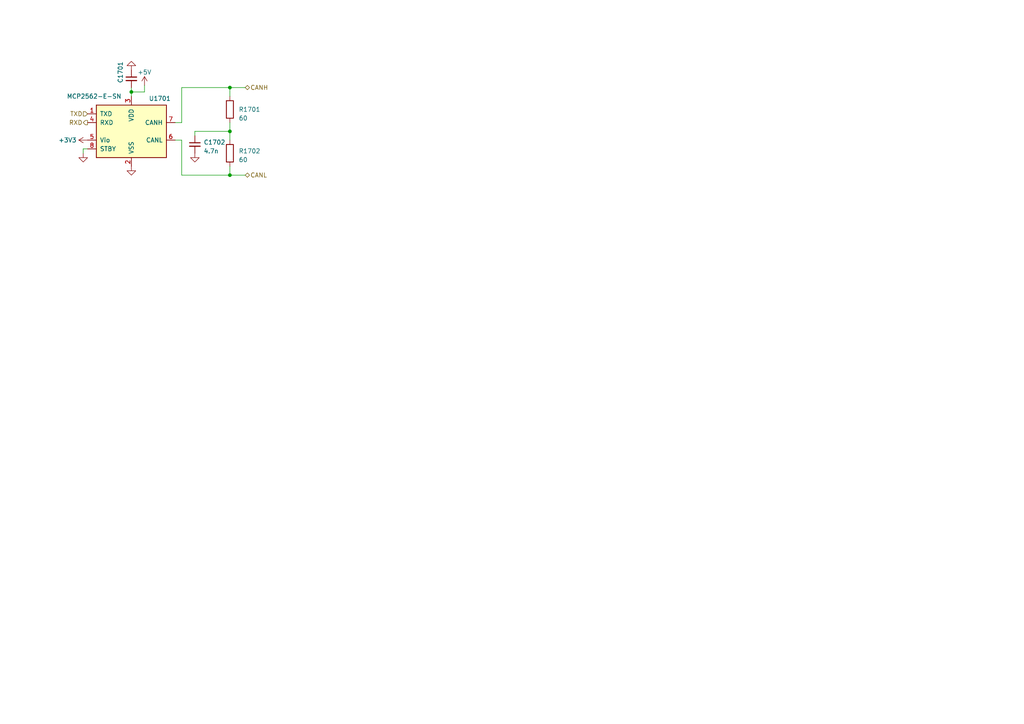
<source format=kicad_sch>
(kicad_sch (version 20211123) (generator eeschema)

  (uuid 38ed0294-67a6-4034-bee8-818dc48d1e73)

  (paper "A4")

  (lib_symbols
    (symbol "Device:C_Small" (pin_numbers hide) (pin_names (offset 0.254) hide) (in_bom yes) (on_board yes)
      (property "Reference" "C" (id 0) (at 0.254 1.778 0)
        (effects (font (size 1.27 1.27)) (justify left))
      )
      (property "Value" "C_Small" (id 1) (at 0.254 -2.032 0)
        (effects (font (size 1.27 1.27)) (justify left))
      )
      (property "Footprint" "" (id 2) (at 0 0 0)
        (effects (font (size 1.27 1.27)) hide)
      )
      (property "Datasheet" "~" (id 3) (at 0 0 0)
        (effects (font (size 1.27 1.27)) hide)
      )
      (property "ki_keywords" "capacitor cap" (id 4) (at 0 0 0)
        (effects (font (size 1.27 1.27)) hide)
      )
      (property "ki_description" "Unpolarized capacitor, small symbol" (id 5) (at 0 0 0)
        (effects (font (size 1.27 1.27)) hide)
      )
      (property "ki_fp_filters" "C_*" (id 6) (at 0 0 0)
        (effects (font (size 1.27 1.27)) hide)
      )
      (symbol "C_Small_0_1"
        (polyline
          (pts
            (xy -1.524 -0.508)
            (xy 1.524 -0.508)
          )
          (stroke (width 0.3302) (type default) (color 0 0 0 0))
          (fill (type none))
        )
        (polyline
          (pts
            (xy -1.524 0.508)
            (xy 1.524 0.508)
          )
          (stroke (width 0.3048) (type default) (color 0 0 0 0))
          (fill (type none))
        )
      )
      (symbol "C_Small_1_1"
        (pin passive line (at 0 2.54 270) (length 2.032)
          (name "~" (effects (font (size 1.27 1.27))))
          (number "1" (effects (font (size 1.27 1.27))))
        )
        (pin passive line (at 0 -2.54 90) (length 2.032)
          (name "~" (effects (font (size 1.27 1.27))))
          (number "2" (effects (font (size 1.27 1.27))))
        )
      )
    )
    (symbol "Device:R" (pin_numbers hide) (pin_names (offset 0)) (in_bom yes) (on_board yes)
      (property "Reference" "R" (id 0) (at 2.032 0 90)
        (effects (font (size 1.27 1.27)))
      )
      (property "Value" "R" (id 1) (at 0 0 90)
        (effects (font (size 1.27 1.27)))
      )
      (property "Footprint" "" (id 2) (at -1.778 0 90)
        (effects (font (size 1.27 1.27)) hide)
      )
      (property "Datasheet" "~" (id 3) (at 0 0 0)
        (effects (font (size 1.27 1.27)) hide)
      )
      (property "ki_keywords" "R res resistor" (id 4) (at 0 0 0)
        (effects (font (size 1.27 1.27)) hide)
      )
      (property "ki_description" "Resistor" (id 5) (at 0 0 0)
        (effects (font (size 1.27 1.27)) hide)
      )
      (property "ki_fp_filters" "R_*" (id 6) (at 0 0 0)
        (effects (font (size 1.27 1.27)) hide)
      )
      (symbol "R_0_1"
        (rectangle (start -1.016 -2.54) (end 1.016 2.54)
          (stroke (width 0.254) (type default) (color 0 0 0 0))
          (fill (type none))
        )
      )
      (symbol "R_1_1"
        (pin passive line (at 0 3.81 270) (length 1.27)
          (name "~" (effects (font (size 1.27 1.27))))
          (number "1" (effects (font (size 1.27 1.27))))
        )
        (pin passive line (at 0 -3.81 90) (length 1.27)
          (name "~" (effects (font (size 1.27 1.27))))
          (number "2" (effects (font (size 1.27 1.27))))
        )
      )
    )
    (symbol "Interface_CAN_LIN:MCP2562-E-SN" (pin_names (offset 1.016)) (in_bom yes) (on_board yes)
      (property "Reference" "U" (id 0) (at -10.16 8.89 0)
        (effects (font (size 1.27 1.27)) (justify left))
      )
      (property "Value" "MCP2562-E-SN" (id 1) (at 2.54 8.89 0)
        (effects (font (size 1.27 1.27)) (justify left))
      )
      (property "Footprint" "Package_SO:SOIC-8_3.9x4.9mm_P1.27mm" (id 2) (at 0 -12.7 0)
        (effects (font (size 1.27 1.27) italic) hide)
      )
      (property "Datasheet" "http://ww1.microchip.com/downloads/en/DeviceDoc/25167A.pdf" (id 3) (at 0 0 0)
        (effects (font (size 1.27 1.27)) hide)
      )
      (property "ki_keywords" "High-Speed CAN Transceiver" (id 4) (at 0 0 0)
        (effects (font (size 1.27 1.27)) hide)
      )
      (property "ki_description" "High-Speed CAN Transceiver, 1Mbps, 5V supply, Vio pin, -40C to +125C, SOIC-8" (id 5) (at 0 0 0)
        (effects (font (size 1.27 1.27)) hide)
      )
      (property "ki_fp_filters" "SOIC*3.9x4.9mm*P1.27mm*" (id 6) (at 0 0 0)
        (effects (font (size 1.27 1.27)) hide)
      )
      (symbol "MCP2562-E-SN_0_1"
        (rectangle (start -10.16 7.62) (end 10.16 -7.62)
          (stroke (width 0.254) (type default) (color 0 0 0 0))
          (fill (type background))
        )
      )
      (symbol "MCP2562-E-SN_1_1"
        (pin input line (at -12.7 5.08 0) (length 2.54)
          (name "TXD" (effects (font (size 1.27 1.27))))
          (number "1" (effects (font (size 1.27 1.27))))
        )
        (pin power_in line (at 0 -10.16 90) (length 2.54)
          (name "VSS" (effects (font (size 1.27 1.27))))
          (number "2" (effects (font (size 1.27 1.27))))
        )
        (pin power_in line (at 0 10.16 270) (length 2.54)
          (name "VDD" (effects (font (size 1.27 1.27))))
          (number "3" (effects (font (size 1.27 1.27))))
        )
        (pin output line (at -12.7 2.54 0) (length 2.54)
          (name "RXD" (effects (font (size 1.27 1.27))))
          (number "4" (effects (font (size 1.27 1.27))))
        )
        (pin power_in line (at -12.7 -2.54 0) (length 2.54)
          (name "Vio" (effects (font (size 1.27 1.27))))
          (number "5" (effects (font (size 1.27 1.27))))
        )
        (pin bidirectional line (at 12.7 -2.54 180) (length 2.54)
          (name "CANL" (effects (font (size 1.27 1.27))))
          (number "6" (effects (font (size 1.27 1.27))))
        )
        (pin bidirectional line (at 12.7 2.54 180) (length 2.54)
          (name "CANH" (effects (font (size 1.27 1.27))))
          (number "7" (effects (font (size 1.27 1.27))))
        )
        (pin input line (at -12.7 -5.08 0) (length 2.54)
          (name "STBY" (effects (font (size 1.27 1.27))))
          (number "8" (effects (font (size 1.27 1.27))))
        )
      )
    )
    (symbol "power:+3.3V" (power) (pin_names (offset 0)) (in_bom yes) (on_board yes)
      (property "Reference" "#PWR" (id 0) (at 0 -3.81 0)
        (effects (font (size 1.27 1.27)) hide)
      )
      (property "Value" "+3.3V" (id 1) (at 0 3.556 0)
        (effects (font (size 1.27 1.27)))
      )
      (property "Footprint" "" (id 2) (at 0 0 0)
        (effects (font (size 1.27 1.27)) hide)
      )
      (property "Datasheet" "" (id 3) (at 0 0 0)
        (effects (font (size 1.27 1.27)) hide)
      )
      (property "ki_keywords" "power-flag" (id 4) (at 0 0 0)
        (effects (font (size 1.27 1.27)) hide)
      )
      (property "ki_description" "Power symbol creates a global label with name \"+3.3V\"" (id 5) (at 0 0 0)
        (effects (font (size 1.27 1.27)) hide)
      )
      (symbol "+3.3V_0_1"
        (polyline
          (pts
            (xy -0.762 1.27)
            (xy 0 2.54)
          )
          (stroke (width 0) (type default) (color 0 0 0 0))
          (fill (type none))
        )
        (polyline
          (pts
            (xy 0 0)
            (xy 0 2.54)
          )
          (stroke (width 0) (type default) (color 0 0 0 0))
          (fill (type none))
        )
        (polyline
          (pts
            (xy 0 2.54)
            (xy 0.762 1.27)
          )
          (stroke (width 0) (type default) (color 0 0 0 0))
          (fill (type none))
        )
      )
      (symbol "+3.3V_1_1"
        (pin power_in line (at 0 0 90) (length 0) hide
          (name "+3V3" (effects (font (size 1.27 1.27))))
          (number "1" (effects (font (size 1.27 1.27))))
        )
      )
    )
    (symbol "power:+5V" (power) (pin_names (offset 0)) (in_bom yes) (on_board yes)
      (property "Reference" "#PWR" (id 0) (at 0 -3.81 0)
        (effects (font (size 1.27 1.27)) hide)
      )
      (property "Value" "+5V" (id 1) (at 0 3.556 0)
        (effects (font (size 1.27 1.27)))
      )
      (property "Footprint" "" (id 2) (at 0 0 0)
        (effects (font (size 1.27 1.27)) hide)
      )
      (property "Datasheet" "" (id 3) (at 0 0 0)
        (effects (font (size 1.27 1.27)) hide)
      )
      (property "ki_keywords" "power-flag" (id 4) (at 0 0 0)
        (effects (font (size 1.27 1.27)) hide)
      )
      (property "ki_description" "Power symbol creates a global label with name \"+5V\"" (id 5) (at 0 0 0)
        (effects (font (size 1.27 1.27)) hide)
      )
      (symbol "+5V_0_1"
        (polyline
          (pts
            (xy -0.762 1.27)
            (xy 0 2.54)
          )
          (stroke (width 0) (type default) (color 0 0 0 0))
          (fill (type none))
        )
        (polyline
          (pts
            (xy 0 0)
            (xy 0 2.54)
          )
          (stroke (width 0) (type default) (color 0 0 0 0))
          (fill (type none))
        )
        (polyline
          (pts
            (xy 0 2.54)
            (xy 0.762 1.27)
          )
          (stroke (width 0) (type default) (color 0 0 0 0))
          (fill (type none))
        )
      )
      (symbol "+5V_1_1"
        (pin power_in line (at 0 0 90) (length 0) hide
          (name "+5V" (effects (font (size 1.27 1.27))))
          (number "1" (effects (font (size 1.27 1.27))))
        )
      )
    )
    (symbol "power:GND" (power) (pin_names (offset 0)) (in_bom yes) (on_board yes)
      (property "Reference" "#PWR" (id 0) (at 0 -6.35 0)
        (effects (font (size 1.27 1.27)) hide)
      )
      (property "Value" "GND" (id 1) (at 0 -3.81 0)
        (effects (font (size 1.27 1.27)))
      )
      (property "Footprint" "" (id 2) (at 0 0 0)
        (effects (font (size 1.27 1.27)) hide)
      )
      (property "Datasheet" "" (id 3) (at 0 0 0)
        (effects (font (size 1.27 1.27)) hide)
      )
      (property "ki_keywords" "power-flag" (id 4) (at 0 0 0)
        (effects (font (size 1.27 1.27)) hide)
      )
      (property "ki_description" "Power symbol creates a global label with name \"GND\" , ground" (id 5) (at 0 0 0)
        (effects (font (size 1.27 1.27)) hide)
      )
      (symbol "GND_0_1"
        (polyline
          (pts
            (xy 0 0)
            (xy 0 -1.27)
            (xy 1.27 -1.27)
            (xy 0 -2.54)
            (xy -1.27 -1.27)
            (xy 0 -1.27)
          )
          (stroke (width 0) (type default) (color 0 0 0 0))
          (fill (type none))
        )
      )
      (symbol "GND_1_1"
        (pin power_in line (at 0 0 270) (length 0) hide
          (name "GND" (effects (font (size 1.27 1.27))))
          (number "1" (effects (font (size 1.27 1.27))))
        )
      )
    )
  )

  (junction (at 66.675 50.8) (diameter 0.9144) (color 0 0 0 0)
    (uuid 887a8882-1ad5-46a3-b15e-a3b92eda8107)
  )
  (junction (at 66.675 25.4) (diameter 0.9144) (color 0 0 0 0)
    (uuid b0b2202f-7d76-457b-8752-a29dbcdf9fba)
  )
  (junction (at 38.1 26.67) (diameter 0.9144) (color 0 0 0 0)
    (uuid d38266dc-19e4-4895-be99-9560c83a8de1)
  )
  (junction (at 66.675 38.1) (diameter 0.9144) (color 0 0 0 0)
    (uuid fd4228d1-1087-424a-8bd5-316eba4decb4)
  )

  (wire (pts (xy 52.705 50.8) (xy 66.675 50.8))
    (stroke (width 0) (type solid) (color 0 0 0 0))
    (uuid 187fedbd-3679-4be9-a46c-c7b7ba1f1d3d)
  )
  (wire (pts (xy 50.8 40.64) (xy 52.705 40.64))
    (stroke (width 0) (type solid) (color 0 0 0 0))
    (uuid 24c3e222-dd65-48bc-8f71-d7ab0469ab4f)
  )
  (wire (pts (xy 66.675 48.26) (xy 66.675 50.8))
    (stroke (width 0) (type solid) (color 0 0 0 0))
    (uuid 30d23037-b7b3-41e8-b440-53e6cdaeee74)
  )
  (wire (pts (xy 50.8 35.56) (xy 52.705 35.56))
    (stroke (width 0) (type solid) (color 0 0 0 0))
    (uuid 569ac9be-e8cc-4b7d-82ac-ca1daa0556ac)
  )
  (wire (pts (xy 52.705 25.4) (xy 66.675 25.4))
    (stroke (width 0) (type solid) (color 0 0 0 0))
    (uuid 569ac9be-e8cc-4b7d-82ac-ca1daa0556ad)
  )
  (wire (pts (xy 52.705 35.56) (xy 52.705 25.4))
    (stroke (width 0) (type solid) (color 0 0 0 0))
    (uuid 569ac9be-e8cc-4b7d-82ac-ca1daa0556ae)
  )
  (wire (pts (xy 66.675 25.4) (xy 66.675 27.94))
    (stroke (width 0) (type solid) (color 0 0 0 0))
    (uuid 569ac9be-e8cc-4b7d-82ac-ca1daa0556af)
  )
  (wire (pts (xy 66.675 50.8) (xy 71.12 50.8))
    (stroke (width 0) (type solid) (color 0 0 0 0))
    (uuid 78b42464-67af-4f17-ac77-0768decd8e05)
  )
  (wire (pts (xy 24.13 43.18) (xy 25.4 43.18))
    (stroke (width 0) (type solid) (color 0 0 0 0))
    (uuid 81040ce8-f434-4157-8b57-4153c7b27b3f)
  )
  (wire (pts (xy 24.13 44.45) (xy 24.13 43.18))
    (stroke (width 0) (type solid) (color 0 0 0 0))
    (uuid 81040ce8-f434-4157-8b57-4153c7b27b40)
  )
  (wire (pts (xy 38.1 25.4) (xy 38.1 26.67))
    (stroke (width 0) (type solid) (color 0 0 0 0))
    (uuid 9854056a-ffb6-4ace-a8b6-6d059ddfe27b)
  )
  (wire (pts (xy 38.1 26.67) (xy 38.1 27.94))
    (stroke (width 0) (type solid) (color 0 0 0 0))
    (uuid 9854056a-ffb6-4ace-a8b6-6d059ddfe27c)
  )
  (wire (pts (xy 38.1 26.67) (xy 41.91 26.67))
    (stroke (width 0) (type solid) (color 0 0 0 0))
    (uuid b728a925-1a41-46e0-975c-2e646a64aacf)
  )
  (wire (pts (xy 41.91 26.67) (xy 41.91 24.765))
    (stroke (width 0) (type solid) (color 0 0 0 0))
    (uuid b728a925-1a41-46e0-975c-2e646a64aad0)
  )
  (wire (pts (xy 52.705 40.64) (xy 52.705 50.8))
    (stroke (width 0) (type solid) (color 0 0 0 0))
    (uuid e660c3b3-4bcd-4167-b39d-7bb3a4fbe883)
  )
  (wire (pts (xy 56.515 38.1) (xy 56.515 39.37))
    (stroke (width 0) (type solid) (color 0 0 0 0))
    (uuid e67c1ea6-b787-4a67-ad35-9fd09b7309a9)
  )
  (wire (pts (xy 66.675 38.1) (xy 56.515 38.1))
    (stroke (width 0) (type solid) (color 0 0 0 0))
    (uuid e67c1ea6-b787-4a67-ad35-9fd09b7309aa)
  )
  (wire (pts (xy 66.675 35.56) (xy 66.675 38.1))
    (stroke (width 0) (type solid) (color 0 0 0 0))
    (uuid eb29b616-ecec-42bc-b320-f3d5b65523df)
  )
  (wire (pts (xy 66.675 38.1) (xy 66.675 40.64))
    (stroke (width 0) (type solid) (color 0 0 0 0))
    (uuid eb29b616-ecec-42bc-b320-f3d5b65523e0)
  )
  (wire (pts (xy 66.675 25.4) (xy 71.12 25.4))
    (stroke (width 0) (type solid) (color 0 0 0 0))
    (uuid f5b9f363-8195-436d-80f9-779000882562)
  )

  (hierarchical_label "CANH" (shape bidirectional) (at 71.12 25.4 0)
    (effects (font (size 1.27 1.27)) (justify left))
    (uuid 1e352db2-1fb0-4b42-9bc0-7cc3f3fe1af6)
  )
  (hierarchical_label "RXD" (shape output) (at 25.4 35.56 180)
    (effects (font (size 1.27 1.27)) (justify right))
    (uuid 342cff34-c08b-4ea7-a97b-365789144990)
  )
  (hierarchical_label "TXD" (shape input) (at 25.4 33.02 180)
    (effects (font (size 1.27 1.27)) (justify right))
    (uuid 9ee3f098-ceff-4392-a60e-7e471531fa6b)
  )
  (hierarchical_label "CANL" (shape bidirectional) (at 71.12 50.8 0)
    (effects (font (size 1.27 1.27)) (justify left))
    (uuid b21dca3f-3a8a-47c5-a01f-0e7adebf8479)
  )

  (symbol (lib_id "power:+5V") (at 41.91 24.765 0) (unit 1)
    (in_bom yes) (on_board yes) (fields_autoplaced)
    (uuid 37a46ae6-8edd-4d51-9e2f-27c264fcc3ec)
    (property "Reference" "#PWR01705" (id 0) (at 41.91 28.575 0)
      (effects (font (size 1.27 1.27)) hide)
    )
    (property "Value" "+5V" (id 1) (at 41.91 20.955 0))
    (property "Footprint" "" (id 2) (at 41.91 24.765 0)
      (effects (font (size 1.27 1.27)) hide)
    )
    (property "Datasheet" "" (id 3) (at 41.91 24.765 0)
      (effects (font (size 1.27 1.27)) hide)
    )
    (pin "1" (uuid eb96b00a-2625-42a9-b526-3c287ac86c25))
  )

  (symbol (lib_id "power:GND") (at 56.515 44.45 0) (unit 1)
    (in_bom yes) (on_board yes) (fields_autoplaced)
    (uuid 464615f8-2cfb-42e8-9efd-90d189570c04)
    (property "Reference" "#PWR01706" (id 0) (at 56.515 50.8 0)
      (effects (font (size 1.27 1.27)) hide)
    )
    (property "Value" "GND" (id 1) (at 56.515 49.53 0)
      (effects (font (size 1.27 1.27)) hide)
    )
    (property "Footprint" "" (id 2) (at 56.515 44.45 0)
      (effects (font (size 1.27 1.27)) hide)
    )
    (property "Datasheet" "" (id 3) (at 56.515 44.45 0)
      (effects (font (size 1.27 1.27)) hide)
    )
    (pin "1" (uuid 4ec5fa69-8ced-4589-99ed-452f4e5184e3))
  )

  (symbol (lib_id "Device:R") (at 66.675 44.45 180) (unit 1)
    (in_bom yes) (on_board yes) (fields_autoplaced)
    (uuid 4d4fc864-a92e-48d4-ad9f-703f8b717c1a)
    (property "Reference" "R1702" (id 0) (at 69.215 43.8149 0)
      (effects (font (size 1.27 1.27)) (justify right))
    )
    (property "Value" "60" (id 1) (at 69.215 46.3549 0)
      (effects (font (size 1.27 1.27)) (justify right))
    )
    (property "Footprint" "Resistor_SMD:R_0805_2012Metric" (id 2) (at 68.453 44.45 90)
      (effects (font (size 1.27 1.27)) hide)
    )
    (property "Datasheet" "~" (id 3) (at 66.675 44.45 0)
      (effects (font (size 1.27 1.27)) hide)
    )
    (pin "1" (uuid e187fe36-1efc-43b4-9656-b8e978999bda))
    (pin "2" (uuid 5f032e6b-cd6e-48d7-97c5-91ed83f0714c))
  )

  (symbol (lib_id "power:+3.3V") (at 25.4 40.64 90) (unit 1)
    (in_bom yes) (on_board yes)
    (uuid 6368cd70-839b-48ff-bca3-2b013d6429ee)
    (property "Reference" "#PWR01702" (id 0) (at 29.21 40.64 0)
      (effects (font (size 1.27 1.27)) hide)
    )
    (property "Value" "+3.3V" (id 1) (at 22.225 40.6399 90)
      (effects (font (size 1.27 1.27)) (justify left))
    )
    (property "Footprint" "" (id 2) (at 25.4 40.64 0)
      (effects (font (size 1.27 1.27)) hide)
    )
    (property "Datasheet" "" (id 3) (at 25.4 40.64 0)
      (effects (font (size 1.27 1.27)) hide)
    )
    (pin "1" (uuid 70d2c27a-f523-4bc9-be4f-cf1a82f121ad))
  )

  (symbol (lib_id "Device:C_Small") (at 56.515 41.91 0) (unit 1)
    (in_bom yes) (on_board yes) (fields_autoplaced)
    (uuid b285d2fc-81ac-4af6-b960-458c504ec7fb)
    (property "Reference" "C1702" (id 0) (at 59.055 41.2749 0)
      (effects (font (size 1.27 1.27)) (justify left))
    )
    (property "Value" "4.7n" (id 1) (at 59.055 43.8149 0)
      (effects (font (size 1.27 1.27)) (justify left))
    )
    (property "Footprint" "Capacitor_SMD:C_0603_1608Metric" (id 2) (at 56.515 41.91 0)
      (effects (font (size 1.27 1.27)) hide)
    )
    (property "Datasheet" "~" (id 3) (at 56.515 41.91 0)
      (effects (font (size 1.27 1.27)) hide)
    )
    (property "LCSC" "C53987" (id 4) (at 56.515 41.91 0)
      (effects (font (size 1.27 1.27)) hide)
    )
    (pin "1" (uuid eff46f45-e4e5-4ed5-9d22-1975b0e729b4))
    (pin "2" (uuid 79fe7de5-474f-404c-81ad-62276454cd42))
  )

  (symbol (lib_id "Interface_CAN_LIN:MCP2562-E-SN") (at 38.1 38.1 0) (unit 1)
    (in_bom yes) (on_board yes)
    (uuid bb253750-faea-41f5-9784-35414fdb2ca3)
    (property "Reference" "U1701" (id 0) (at 46.355 28.575 0))
    (property "Value" "MCP2562-E-SN" (id 1) (at 27.305 27.94 0))
    (property "Footprint" "Package_SO:SOIC-8_3.9x4.9mm_P1.27mm" (id 2) (at 38.1 50.8 0)
      (effects (font (size 1.27 1.27) italic) hide)
    )
    (property "Datasheet" "http://ww1.microchip.com/downloads/en/DeviceDoc/25167A.pdf" (id 3) (at 38.1 38.1 0)
      (effects (font (size 1.27 1.27)) hide)
    )
    (pin "1" (uuid 2288a7bb-df60-410c-bbf3-f4efaecc5805))
    (pin "2" (uuid 8bb0865e-6b57-4bfb-92eb-2b7d94e1406a))
    (pin "3" (uuid 4ef86f6a-ac1f-4397-a2d9-163f8ffe6256))
    (pin "4" (uuid 596c863d-7ea2-421b-8c50-1ee3ebd8ab07))
    (pin "5" (uuid 04660d4d-b081-4298-9177-db1515bee132))
    (pin "6" (uuid 7b8a34c8-7d5a-465b-9e6d-5da9ddbb2690))
    (pin "7" (uuid 2c798a97-ac63-405c-8b29-9daaffe1da7f))
    (pin "8" (uuid 643455a0-8154-4149-a5da-5965c98e08aa))
  )

  (symbol (lib_id "power:GND") (at 38.1 48.26 0) (unit 1)
    (in_bom yes) (on_board yes) (fields_autoplaced)
    (uuid bf8d84f2-9981-4d17-bedc-680c3c8550c8)
    (property "Reference" "#PWR01704" (id 0) (at 38.1 54.61 0)
      (effects (font (size 1.27 1.27)) hide)
    )
    (property "Value" "GND" (id 1) (at 38.1 53.34 0)
      (effects (font (size 1.27 1.27)) hide)
    )
    (property "Footprint" "" (id 2) (at 38.1 48.26 0)
      (effects (font (size 1.27 1.27)) hide)
    )
    (property "Datasheet" "" (id 3) (at 38.1 48.26 0)
      (effects (font (size 1.27 1.27)) hide)
    )
    (pin "1" (uuid 0e773e15-bf0a-4523-95f9-7d0d535f286e))
  )

  (symbol (lib_id "Device:C_Small") (at 38.1 22.86 0) (unit 1)
    (in_bom yes) (on_board yes)
    (uuid c6b55605-a17e-4cbd-9fb6-d1bff514110e)
    (property "Reference" "C1701" (id 0) (at 34.925 24.1299 90)
      (effects (font (size 1.27 1.27)) (justify left))
    )
    (property "Value" "100n" (id 1) (at 40.64 24.7649 0)
      (effects (font (size 1.27 1.27)) (justify left) hide)
    )
    (property "Footprint" "Capacitor_SMD:C_0402_1005Metric" (id 2) (at 38.1 22.86 0)
      (effects (font (size 1.27 1.27)) hide)
    )
    (property "Datasheet" "~" (id 3) (at 38.1 22.86 0)
      (effects (font (size 1.27 1.27)) hide)
    )
    (property "LCSC" "C1525" (id 4) (at 38.1 22.86 0)
      (effects (font (size 1.27 1.27)) hide)
    )
    (pin "1" (uuid eae10daa-b5b9-4a45-9ac6-b6862e9bfae6))
    (pin "2" (uuid 392e1c60-6bcf-44fc-9a5c-14732d8075e5))
  )

  (symbol (lib_id "Device:R") (at 66.675 31.75 180) (unit 1)
    (in_bom yes) (on_board yes)
    (uuid d54ccc1a-c0fe-48f4-8941-096a2ce4a5ef)
    (property "Reference" "R1701" (id 0) (at 69.215 31.7499 0)
      (effects (font (size 1.27 1.27)) (justify right))
    )
    (property "Value" "60" (id 1) (at 69.215 34.2899 0)
      (effects (font (size 1.27 1.27)) (justify right))
    )
    (property "Footprint" "Resistor_SMD:R_0805_2012Metric" (id 2) (at 68.453 31.75 90)
      (effects (font (size 1.27 1.27)) hide)
    )
    (property "Datasheet" "~" (id 3) (at 66.675 31.75 0)
      (effects (font (size 1.27 1.27)) hide)
    )
    (pin "1" (uuid 53d65d98-6905-42a0-aa8f-78901fb96692))
    (pin "2" (uuid 70046092-e17d-4d99-99a8-413bc6e3f3ad))
  )

  (symbol (lib_id "power:GND") (at 24.13 44.45 0) (unit 1)
    (in_bom yes) (on_board yes) (fields_autoplaced)
    (uuid ead355df-9365-472b-b56e-4aef1efe776d)
    (property "Reference" "#PWR01701" (id 0) (at 24.13 50.8 0)
      (effects (font (size 1.27 1.27)) hide)
    )
    (property "Value" "GND" (id 1) (at 24.13 49.53 0)
      (effects (font (size 1.27 1.27)) hide)
    )
    (property "Footprint" "" (id 2) (at 24.13 44.45 0)
      (effects (font (size 1.27 1.27)) hide)
    )
    (property "Datasheet" "" (id 3) (at 24.13 44.45 0)
      (effects (font (size 1.27 1.27)) hide)
    )
    (pin "1" (uuid 1c809a02-dca2-4c8d-806c-66b714c6ddd8))
  )

  (symbol (lib_id "power:GND") (at 38.1 20.32 180) (unit 1)
    (in_bom yes) (on_board yes) (fields_autoplaced)
    (uuid eb8532d7-1c7d-4972-9b4b-9d84d2599f70)
    (property "Reference" "#PWR01703" (id 0) (at 38.1 13.97 0)
      (effects (font (size 1.27 1.27)) hide)
    )
    (property "Value" "GND" (id 1) (at 38.1 15.24 0)
      (effects (font (size 1.27 1.27)) hide)
    )
    (property "Footprint" "" (id 2) (at 38.1 20.32 0)
      (effects (font (size 1.27 1.27)) hide)
    )
    (property "Datasheet" "" (id 3) (at 38.1 20.32 0)
      (effects (font (size 1.27 1.27)) hide)
    )
    (pin "1" (uuid 6406620c-adb9-499d-8c9f-33022f13a786))
  )
)

</source>
